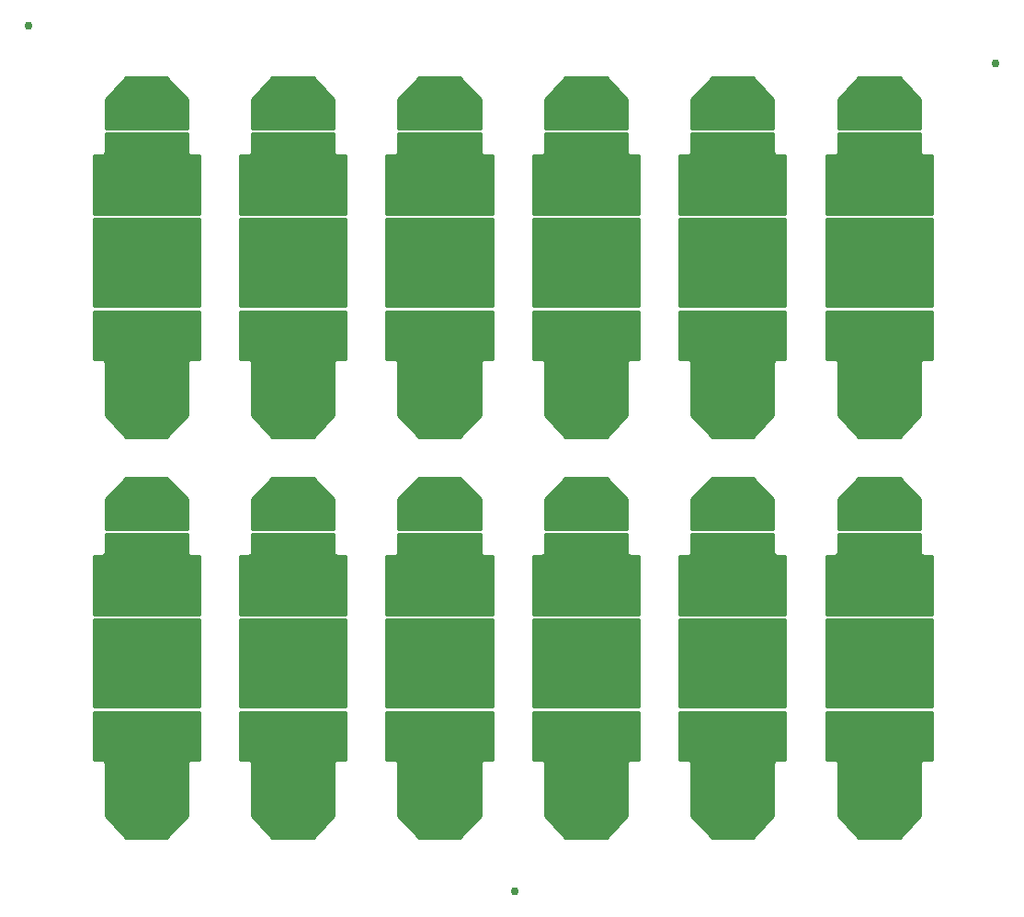
<source format=gbr>
G04 #@! TF.GenerationSoftware,KiCad,Pcbnew,(5.1.5)-3*
G04 #@! TF.CreationDate,2020-08-22T08:16:36+03:00*
G04 #@! TF.ProjectId,C5W LED series,43355720-4c45-4442-9073-65726965732e,rev?*
G04 #@! TF.SameCoordinates,Original*
G04 #@! TF.FileFunction,Copper,L1,Top*
G04 #@! TF.FilePolarity,Positive*
%FSLAX46Y46*%
G04 Gerber Fmt 4.6, Leading zero omitted, Abs format (unit mm)*
G04 Created by KiCad (PCBNEW (5.1.5)-3) date 2020-08-22 08:16:36*
%MOMM*%
%LPD*%
G04 APERTURE LIST*
%ADD10C,0.750000*%
%ADD11R,1.500000X2.400000*%
%ADD12R,1.500000X1.050000*%
%ADD13R,2.200000X1.250000*%
%ADD14R,2.200000X2.200000*%
%ADD15C,0.800000*%
%ADD16C,0.254000*%
G04 APERTURE END LIST*
D10*
X125400000Y-51700000D03*
X170200000Y-131400000D03*
X214500000Y-55100000D03*
D11*
X203700000Y-96700000D03*
D12*
X203700000Y-99075000D03*
D13*
X149700000Y-115525000D03*
D14*
X149700000Y-113250000D03*
D13*
X203700000Y-115525000D03*
D14*
X203700000Y-113250000D03*
X163200000Y-113250000D03*
D13*
X163200000Y-115525000D03*
D11*
X149700000Y-96700000D03*
D12*
X149700000Y-99075000D03*
D13*
X149700000Y-107125000D03*
D14*
X149700000Y-104850000D03*
D13*
X203700000Y-107125000D03*
D14*
X203700000Y-104850000D03*
X190200000Y-104850000D03*
D13*
X190200000Y-107125000D03*
D14*
X163200000Y-104850000D03*
D13*
X163200000Y-107125000D03*
D14*
X190200000Y-113250000D03*
D13*
X190200000Y-115525000D03*
X176700000Y-115525000D03*
D14*
X176700000Y-113250000D03*
D12*
X163200000Y-99075000D03*
D11*
X163200000Y-96700000D03*
D13*
X176700000Y-107125000D03*
D14*
X176700000Y-104850000D03*
D12*
X190200000Y-99075000D03*
D11*
X190200000Y-96700000D03*
X176700000Y-96700000D03*
D12*
X176700000Y-99075000D03*
D14*
X136200000Y-113250000D03*
D13*
X136200000Y-115525000D03*
D14*
X136200000Y-104850000D03*
D13*
X136200000Y-107125000D03*
D12*
X136200000Y-99075000D03*
D11*
X136200000Y-96700000D03*
D14*
X203700000Y-67950000D03*
D13*
X203700000Y-70225000D03*
D14*
X203700000Y-76350000D03*
D13*
X203700000Y-78625000D03*
D12*
X203700000Y-62175000D03*
D11*
X203700000Y-59800000D03*
D13*
X190200000Y-78625000D03*
D14*
X190200000Y-76350000D03*
D13*
X190200000Y-70225000D03*
D14*
X190200000Y-67950000D03*
D11*
X190200000Y-59800000D03*
D12*
X190200000Y-62175000D03*
D14*
X176700000Y-76350000D03*
D13*
X176700000Y-78625000D03*
D14*
X176700000Y-67950000D03*
D13*
X176700000Y-70225000D03*
D12*
X176700000Y-62175000D03*
D11*
X176700000Y-59800000D03*
D13*
X163200000Y-78625000D03*
D14*
X163200000Y-76350000D03*
D11*
X163200000Y-59800000D03*
D12*
X163200000Y-62175000D03*
D13*
X163200000Y-70225000D03*
D14*
X163200000Y-67950000D03*
X149700000Y-76350000D03*
D13*
X149700000Y-78625000D03*
D14*
X149700000Y-67950000D03*
D13*
X149700000Y-70225000D03*
D12*
X149700000Y-62175000D03*
D11*
X149700000Y-59800000D03*
D13*
X136200000Y-70225000D03*
D14*
X136200000Y-67950000D03*
D13*
X136200000Y-78625000D03*
D14*
X136200000Y-76350000D03*
D11*
X136200000Y-59800000D03*
D12*
X136200000Y-62175000D03*
D15*
X134000000Y-78750000D03*
X134000000Y-80000000D03*
X135000000Y-80000000D03*
X136250000Y-80000000D03*
X137500000Y-80000000D03*
X138500000Y-80000000D03*
X138500000Y-78750000D03*
X135000000Y-81000000D03*
X136250000Y-81000000D03*
X137500000Y-81000000D03*
X137500000Y-82000000D03*
X138500000Y-82000000D03*
X138500000Y-81000000D03*
X136250000Y-82000000D03*
X135000000Y-82000000D03*
X134000000Y-82000000D03*
X134000000Y-81000000D03*
X149750000Y-82000000D03*
X152000000Y-80000000D03*
X151000000Y-80000000D03*
X147500000Y-80000000D03*
X148500000Y-81000000D03*
X148500000Y-80000000D03*
X152000000Y-82000000D03*
X152000000Y-81000000D03*
X147500000Y-82000000D03*
X147500000Y-81000000D03*
X152000000Y-78750000D03*
X149750000Y-80000000D03*
X147500000Y-78750000D03*
X148500000Y-82000000D03*
X151000000Y-81000000D03*
X151000000Y-82000000D03*
X149750000Y-81000000D03*
X165500000Y-81000000D03*
X161000000Y-82000000D03*
X161000000Y-80000000D03*
X162000000Y-80000000D03*
X165500000Y-78750000D03*
X165500000Y-80000000D03*
X165500000Y-82000000D03*
X162000000Y-81000000D03*
X161000000Y-81000000D03*
X163250000Y-80000000D03*
X164500000Y-80000000D03*
X163250000Y-82000000D03*
X163250000Y-81000000D03*
X162000000Y-82000000D03*
X161000000Y-78750000D03*
X164500000Y-82000000D03*
X164500000Y-81000000D03*
X178000000Y-80000000D03*
X179000000Y-78750000D03*
X176750000Y-82000000D03*
X174500000Y-82000000D03*
X175500000Y-81000000D03*
X174500000Y-80000000D03*
X174500000Y-81000000D03*
X176750000Y-80000000D03*
X179000000Y-80000000D03*
X179000000Y-82000000D03*
X179000000Y-81000000D03*
X175500000Y-80000000D03*
X176750000Y-81000000D03*
X178000000Y-82000000D03*
X178000000Y-81000000D03*
X175500000Y-82000000D03*
X174500000Y-78750000D03*
X191500000Y-82000000D03*
X188000000Y-78750000D03*
X190250000Y-81000000D03*
X191500000Y-81000000D03*
X189000000Y-82000000D03*
X192500000Y-78750000D03*
X190250000Y-82000000D03*
X190250000Y-80000000D03*
X192500000Y-82000000D03*
X188000000Y-80000000D03*
X192500000Y-80000000D03*
X192500000Y-81000000D03*
X188000000Y-81000000D03*
X191500000Y-80000000D03*
X189000000Y-81000000D03*
X188000000Y-82000000D03*
X189000000Y-80000000D03*
X203750000Y-81000000D03*
X202500000Y-82000000D03*
X205000000Y-82000000D03*
X201500000Y-82000000D03*
X201500000Y-78750000D03*
X205000000Y-80000000D03*
X203750000Y-82000000D03*
X206000000Y-82000000D03*
X201500000Y-81000000D03*
X206000000Y-78750000D03*
X201500000Y-80000000D03*
X206000000Y-80000000D03*
X202500000Y-81000000D03*
X206000000Y-81000000D03*
X203750000Y-80000000D03*
X205000000Y-81000000D03*
X202500000Y-80000000D03*
X136250000Y-118900000D03*
X138500000Y-116900000D03*
X137500000Y-116900000D03*
X134000000Y-116900000D03*
X135000000Y-117900000D03*
X135000000Y-116900000D03*
X138500000Y-118900000D03*
X138500000Y-117900000D03*
X134000000Y-118900000D03*
X134000000Y-117900000D03*
X138500000Y-115650000D03*
X136250000Y-116900000D03*
X134000000Y-115650000D03*
X135000000Y-118900000D03*
X137500000Y-117900000D03*
X137500000Y-118900000D03*
X136250000Y-117900000D03*
X190250000Y-117900000D03*
X189000000Y-118900000D03*
X191500000Y-118900000D03*
X188000000Y-118900000D03*
X188000000Y-115650000D03*
X191500000Y-116900000D03*
X190250000Y-118900000D03*
X192500000Y-118900000D03*
X188000000Y-117900000D03*
X192500000Y-115650000D03*
X188000000Y-116900000D03*
X192500000Y-116900000D03*
X189000000Y-117900000D03*
X192500000Y-117900000D03*
X190250000Y-116900000D03*
X191500000Y-117900000D03*
X189000000Y-116900000D03*
X178000000Y-118900000D03*
X174500000Y-115650000D03*
X176750000Y-117900000D03*
X178000000Y-117900000D03*
X175500000Y-118900000D03*
X152000000Y-117900000D03*
X147500000Y-118900000D03*
X147500000Y-116900000D03*
X148500000Y-116900000D03*
X152000000Y-115650000D03*
X152000000Y-116900000D03*
X152000000Y-118900000D03*
X148500000Y-117900000D03*
X147500000Y-117900000D03*
X149750000Y-116900000D03*
X151000000Y-116900000D03*
X149750000Y-118900000D03*
X164500000Y-116900000D03*
X165500000Y-115650000D03*
X163250000Y-118900000D03*
X161000000Y-118900000D03*
X149750000Y-117900000D03*
X162000000Y-117900000D03*
X161000000Y-116900000D03*
X148500000Y-118900000D03*
X161000000Y-117900000D03*
X163250000Y-116900000D03*
X165500000Y-116900000D03*
X165500000Y-118900000D03*
X147500000Y-115650000D03*
X151000000Y-118900000D03*
X165500000Y-117900000D03*
X151000000Y-117900000D03*
X162000000Y-116900000D03*
X179000000Y-115650000D03*
X176750000Y-118900000D03*
X176750000Y-116900000D03*
X179000000Y-118900000D03*
X174500000Y-116900000D03*
X163250000Y-117900000D03*
X179000000Y-116900000D03*
X179000000Y-117900000D03*
X174500000Y-117900000D03*
X178000000Y-116900000D03*
X175500000Y-117900000D03*
X164500000Y-118900000D03*
X174500000Y-118900000D03*
X164500000Y-117900000D03*
X162000000Y-118900000D03*
X161000000Y-115650000D03*
X175500000Y-116900000D03*
X201500000Y-116900000D03*
X201500000Y-115650000D03*
X206000000Y-115650000D03*
X203750000Y-118900000D03*
X203750000Y-116900000D03*
X201500000Y-117900000D03*
X201500000Y-118900000D03*
X206000000Y-118900000D03*
X202500000Y-118900000D03*
X202500000Y-117900000D03*
X203750000Y-117900000D03*
X205000000Y-118900000D03*
X206000000Y-116900000D03*
X205000000Y-116900000D03*
X206000000Y-117900000D03*
X202500000Y-116900000D03*
X205000000Y-117900000D03*
X136250000Y-57750000D03*
X135250000Y-57750000D03*
X137250000Y-57750000D03*
X138000000Y-58500000D03*
X138000000Y-59500000D03*
X134250000Y-58500000D03*
X134250000Y-59500000D03*
X138000000Y-60500000D03*
X134250000Y-60500000D03*
X148750000Y-57750000D03*
X150750000Y-57750000D03*
X147750000Y-58500000D03*
X147750000Y-59500000D03*
X149750000Y-57750000D03*
X147750000Y-60500000D03*
X151500000Y-59500000D03*
X151500000Y-60500000D03*
X151500000Y-58500000D03*
X161250000Y-58500000D03*
X162250000Y-57750000D03*
X164250000Y-57750000D03*
X163250000Y-57750000D03*
X161250000Y-59500000D03*
X161250000Y-60500000D03*
X165000000Y-58500000D03*
X165000000Y-60500000D03*
X165000000Y-59500000D03*
X177750000Y-57750000D03*
X175750000Y-57750000D03*
X174750000Y-59500000D03*
X176750000Y-57750000D03*
X174750000Y-58500000D03*
X178500000Y-59500000D03*
X178500000Y-58500000D03*
X178500000Y-60500000D03*
X174750000Y-60500000D03*
X192000000Y-58500000D03*
X192000000Y-59500000D03*
X188250000Y-60500000D03*
X192000000Y-60500000D03*
X188250000Y-59500000D03*
X190250000Y-57750000D03*
X191250000Y-57750000D03*
X189250000Y-57750000D03*
X188250000Y-58500000D03*
X205500000Y-60500000D03*
X204750000Y-57750000D03*
X202750000Y-57750000D03*
X201750000Y-58500000D03*
X201750000Y-59500000D03*
X205500000Y-58500000D03*
X203750000Y-57750000D03*
X205500000Y-59500000D03*
X201750000Y-60500000D03*
X135250000Y-94650000D03*
X137250000Y-94650000D03*
X134250000Y-95400000D03*
X134250000Y-96400000D03*
X136250000Y-94650000D03*
X134250000Y-97400000D03*
X138000000Y-96400000D03*
X138000000Y-97400000D03*
X138000000Y-95400000D03*
X192000000Y-97400000D03*
X191250000Y-94650000D03*
X189250000Y-94650000D03*
X188250000Y-95400000D03*
X188250000Y-96400000D03*
X192000000Y-95400000D03*
X190250000Y-94650000D03*
X192000000Y-96400000D03*
X188250000Y-97400000D03*
X178500000Y-95400000D03*
X178500000Y-96400000D03*
X174750000Y-97400000D03*
X178500000Y-97400000D03*
X147750000Y-95400000D03*
X148750000Y-94650000D03*
X150750000Y-94650000D03*
X149750000Y-94650000D03*
X147750000Y-96400000D03*
X164250000Y-94650000D03*
X147750000Y-97400000D03*
X162250000Y-94650000D03*
X151500000Y-95400000D03*
X161250000Y-96400000D03*
X163250000Y-94650000D03*
X151500000Y-97400000D03*
X151500000Y-96400000D03*
X161250000Y-95400000D03*
X174750000Y-96400000D03*
X176750000Y-94650000D03*
X165000000Y-96400000D03*
X165000000Y-95400000D03*
X165000000Y-97400000D03*
X177750000Y-94650000D03*
X161250000Y-97400000D03*
X175750000Y-94650000D03*
X174750000Y-95400000D03*
X201750000Y-95400000D03*
X204750000Y-94650000D03*
X205500000Y-97400000D03*
X202750000Y-94650000D03*
X201750000Y-96400000D03*
X203750000Y-94650000D03*
X205500000Y-96400000D03*
X205500000Y-95400000D03*
X201750000Y-97400000D03*
X134000000Y-76750000D03*
X134000000Y-75500000D03*
X138500000Y-76750000D03*
X138500000Y-75500000D03*
X138500000Y-74250000D03*
X134000000Y-74250000D03*
X134000000Y-70500000D03*
X134000000Y-71750000D03*
X134000000Y-73000000D03*
X138500000Y-70500000D03*
X138500000Y-71750000D03*
X138500000Y-73000000D03*
X139500000Y-76750000D03*
X139500000Y-75500000D03*
X133000000Y-76750000D03*
X133000000Y-75500000D03*
X133000000Y-71750000D03*
X133000000Y-70500000D03*
X139500000Y-71750000D03*
X139500000Y-70500000D03*
X139500000Y-74250000D03*
X139500000Y-73000000D03*
X133000000Y-74250000D03*
X133000000Y-73000000D03*
X153000000Y-73000000D03*
X146500000Y-70500000D03*
X153000000Y-71750000D03*
X153000000Y-70500000D03*
X153000000Y-74250000D03*
X146500000Y-74250000D03*
X146500000Y-73000000D03*
X152000000Y-71750000D03*
X152000000Y-73000000D03*
X153000000Y-76750000D03*
X147500000Y-70500000D03*
X153000000Y-75500000D03*
X146500000Y-76750000D03*
X146500000Y-75500000D03*
X146500000Y-71750000D03*
X147500000Y-76750000D03*
X152000000Y-75500000D03*
X147500000Y-71750000D03*
X152000000Y-70500000D03*
X152000000Y-76750000D03*
X152000000Y-74250000D03*
X147500000Y-74250000D03*
X147500000Y-75500000D03*
X147500000Y-73000000D03*
X165500000Y-73000000D03*
X166500000Y-74250000D03*
X165500000Y-71750000D03*
X161000000Y-76750000D03*
X160000000Y-71750000D03*
X166500000Y-71750000D03*
X166500000Y-73000000D03*
X160000000Y-76750000D03*
X160000000Y-74250000D03*
X166500000Y-76750000D03*
X160000000Y-73000000D03*
X166500000Y-75500000D03*
X166500000Y-70500000D03*
X160000000Y-75500000D03*
X161000000Y-70500000D03*
X160000000Y-70500000D03*
X165500000Y-70500000D03*
X165500000Y-75500000D03*
X165500000Y-74250000D03*
X161000000Y-73000000D03*
X165500000Y-76750000D03*
X161000000Y-75500000D03*
X161000000Y-71750000D03*
X161000000Y-74250000D03*
X180000000Y-71750000D03*
X179000000Y-73000000D03*
X180000000Y-74250000D03*
X173500000Y-76750000D03*
X180000000Y-73000000D03*
X174500000Y-76750000D03*
X180000000Y-76750000D03*
X173500000Y-74250000D03*
X173500000Y-73000000D03*
X179000000Y-71750000D03*
X180000000Y-75500000D03*
X173500000Y-75500000D03*
X180000000Y-70500000D03*
X173500000Y-71750000D03*
X173500000Y-70500000D03*
X174500000Y-70500000D03*
X174500000Y-73000000D03*
X179000000Y-74250000D03*
X179000000Y-75500000D03*
X174500000Y-74250000D03*
X179000000Y-76750000D03*
X174500000Y-75500000D03*
X174500000Y-71750000D03*
X179000000Y-70500000D03*
X188000000Y-70500000D03*
X188000000Y-71750000D03*
X188000000Y-73000000D03*
X192500000Y-70500000D03*
X192500000Y-75500000D03*
X188000000Y-75500000D03*
X192500000Y-76750000D03*
X192500000Y-74250000D03*
X188000000Y-74250000D03*
X187000000Y-74250000D03*
X193500000Y-73000000D03*
X193500000Y-71750000D03*
X193500000Y-76750000D03*
X187000000Y-76750000D03*
X188000000Y-76750000D03*
X192500000Y-73000000D03*
X193500000Y-74250000D03*
X187000000Y-71750000D03*
X187000000Y-70500000D03*
X192500000Y-71750000D03*
X187000000Y-75500000D03*
X187000000Y-73000000D03*
X193500000Y-70500000D03*
X193500000Y-75500000D03*
X207000000Y-73000000D03*
X201500000Y-76750000D03*
X200500000Y-70500000D03*
X206000000Y-71750000D03*
X200500000Y-75500000D03*
X201500000Y-73000000D03*
X206000000Y-73000000D03*
X207000000Y-74250000D03*
X200500000Y-74250000D03*
X206000000Y-75500000D03*
X201500000Y-75500000D03*
X201500000Y-70500000D03*
X207000000Y-71750000D03*
X207000000Y-76750000D03*
X200500000Y-76750000D03*
X206000000Y-74250000D03*
X201500000Y-74250000D03*
X200500000Y-71750000D03*
X206000000Y-70500000D03*
X206000000Y-76750000D03*
X201500000Y-71750000D03*
X207000000Y-75500000D03*
X200500000Y-73000000D03*
X207000000Y-70500000D03*
X139500000Y-109900000D03*
X133000000Y-107400000D03*
X139500000Y-108650000D03*
X139500000Y-107400000D03*
X139500000Y-111150000D03*
X133000000Y-111150000D03*
X133000000Y-109900000D03*
X138500000Y-108650000D03*
X138500000Y-109900000D03*
X139500000Y-113650000D03*
X134000000Y-107400000D03*
X139500000Y-112400000D03*
X133000000Y-113650000D03*
X133000000Y-112400000D03*
X133000000Y-108650000D03*
X134000000Y-113650000D03*
X138500000Y-112400000D03*
X134000000Y-108650000D03*
X138500000Y-107400000D03*
X138500000Y-113650000D03*
X138500000Y-111150000D03*
X134000000Y-111150000D03*
X134000000Y-112400000D03*
X134000000Y-109900000D03*
X193500000Y-109900000D03*
X188000000Y-113650000D03*
X187000000Y-107400000D03*
X192500000Y-108650000D03*
X187000000Y-112400000D03*
X188000000Y-109900000D03*
X192500000Y-109900000D03*
X193500000Y-111150000D03*
X187000000Y-111150000D03*
X192500000Y-112400000D03*
X188000000Y-112400000D03*
X188000000Y-107400000D03*
X193500000Y-108650000D03*
X193500000Y-113650000D03*
X187000000Y-113650000D03*
X192500000Y-111150000D03*
X188000000Y-111150000D03*
X187000000Y-108650000D03*
X192500000Y-107400000D03*
X192500000Y-113650000D03*
X188000000Y-108650000D03*
X193500000Y-112400000D03*
X187000000Y-109900000D03*
X193500000Y-107400000D03*
X174500000Y-107400000D03*
X174500000Y-108650000D03*
X174500000Y-109900000D03*
X179000000Y-107400000D03*
X179000000Y-112400000D03*
X174500000Y-112400000D03*
X179000000Y-113650000D03*
X179000000Y-111150000D03*
X174500000Y-111150000D03*
X152000000Y-109900000D03*
X153000000Y-111150000D03*
X152000000Y-108650000D03*
X147500000Y-113650000D03*
X146500000Y-108650000D03*
X153000000Y-108650000D03*
X153000000Y-109900000D03*
X146500000Y-113650000D03*
X146500000Y-111150000D03*
X153000000Y-113650000D03*
X146500000Y-109900000D03*
X153000000Y-112400000D03*
X153000000Y-107400000D03*
X146500000Y-112400000D03*
X147500000Y-107400000D03*
X146500000Y-107400000D03*
X152000000Y-107400000D03*
X166500000Y-108650000D03*
X165500000Y-109900000D03*
X166500000Y-111150000D03*
X152000000Y-112400000D03*
X152000000Y-111150000D03*
X147500000Y-109900000D03*
X152000000Y-113650000D03*
X160000000Y-113650000D03*
X147500000Y-112400000D03*
X147500000Y-108650000D03*
X147500000Y-111150000D03*
X166500000Y-109900000D03*
X161000000Y-113650000D03*
X166500000Y-113650000D03*
X160000000Y-111150000D03*
X160000000Y-109900000D03*
X165500000Y-108650000D03*
X166500000Y-112400000D03*
X160000000Y-112400000D03*
X166500000Y-107400000D03*
X160000000Y-108650000D03*
X160000000Y-107400000D03*
X173500000Y-111150000D03*
X161000000Y-107400000D03*
X161000000Y-109900000D03*
X165500000Y-111150000D03*
X165500000Y-112400000D03*
X161000000Y-111150000D03*
X165500000Y-113650000D03*
X180000000Y-109900000D03*
X161000000Y-112400000D03*
X180000000Y-108650000D03*
X180000000Y-113650000D03*
X173500000Y-113650000D03*
X161000000Y-108650000D03*
X174500000Y-113650000D03*
X179000000Y-109900000D03*
X165500000Y-107400000D03*
X180000000Y-111150000D03*
X173500000Y-108650000D03*
X173500000Y-107400000D03*
X179000000Y-108650000D03*
X173500000Y-112400000D03*
X173500000Y-109900000D03*
X180000000Y-107400000D03*
X180000000Y-112400000D03*
X201500000Y-111150000D03*
X207000000Y-109900000D03*
X206000000Y-111150000D03*
X206000000Y-107400000D03*
X200500000Y-107400000D03*
X200500000Y-108650000D03*
X201500000Y-113650000D03*
X207000000Y-111150000D03*
X206000000Y-108650000D03*
X200500000Y-112400000D03*
X201500000Y-109900000D03*
X206000000Y-112400000D03*
X201500000Y-112400000D03*
X201500000Y-107400000D03*
X206000000Y-109900000D03*
X200500000Y-111150000D03*
X207000000Y-113650000D03*
X207000000Y-108650000D03*
X200500000Y-113650000D03*
X206000000Y-113650000D03*
X207000000Y-112400000D03*
X207000000Y-107400000D03*
X201500000Y-108650000D03*
X200500000Y-109900000D03*
X134000000Y-68500000D03*
X134000000Y-67250000D03*
X134000000Y-66000000D03*
X135000000Y-65000000D03*
X138500000Y-68500000D03*
X138500000Y-67250000D03*
X138500000Y-66000000D03*
X137500000Y-65000000D03*
X135000000Y-66000000D03*
X136250000Y-66000000D03*
X137500000Y-66000000D03*
X136250000Y-65000000D03*
X138500000Y-65000000D03*
X134000000Y-65000000D03*
X138500000Y-64000000D03*
X137500000Y-64000000D03*
X136250000Y-64000000D03*
X135000000Y-64000000D03*
X134000000Y-64000000D03*
X151000000Y-65000000D03*
X149750000Y-64000000D03*
X151000000Y-66000000D03*
X149750000Y-66000000D03*
X152000000Y-64000000D03*
X151000000Y-64000000D03*
X147500000Y-65000000D03*
X148500000Y-64000000D03*
X152000000Y-65000000D03*
X148500000Y-66000000D03*
X149750000Y-65000000D03*
X147500000Y-64000000D03*
X152000000Y-67250000D03*
X148500000Y-65000000D03*
X147500000Y-68500000D03*
X147500000Y-67250000D03*
X147500000Y-66000000D03*
X152000000Y-68500000D03*
X152000000Y-66000000D03*
X165500000Y-65000000D03*
X164500000Y-64000000D03*
X165500000Y-66000000D03*
X162000000Y-65000000D03*
X164500000Y-66000000D03*
X163250000Y-64000000D03*
X163250000Y-66000000D03*
X162000000Y-66000000D03*
X165500000Y-64000000D03*
X161000000Y-65000000D03*
X161000000Y-64000000D03*
X164500000Y-65000000D03*
X161000000Y-66000000D03*
X162000000Y-64000000D03*
X165500000Y-67250000D03*
X161000000Y-68500000D03*
X161000000Y-67250000D03*
X163250000Y-65000000D03*
X165500000Y-68500000D03*
X179000000Y-67250000D03*
X174500000Y-68500000D03*
X179000000Y-64000000D03*
X178000000Y-64000000D03*
X179000000Y-66000000D03*
X179000000Y-65000000D03*
X178000000Y-66000000D03*
X175500000Y-66000000D03*
X178000000Y-65000000D03*
X174500000Y-66000000D03*
X176750000Y-66000000D03*
X174500000Y-65000000D03*
X175500000Y-64000000D03*
X176750000Y-64000000D03*
X174500000Y-64000000D03*
X175500000Y-65000000D03*
X174500000Y-67250000D03*
X176750000Y-65000000D03*
X179000000Y-68500000D03*
X190250000Y-65000000D03*
X192500000Y-68500000D03*
X188000000Y-67250000D03*
X189000000Y-66000000D03*
X191500000Y-66000000D03*
X190250000Y-66000000D03*
X188000000Y-65000000D03*
X189000000Y-64000000D03*
X192500000Y-66000000D03*
X192500000Y-64000000D03*
X188000000Y-68500000D03*
X188000000Y-66000000D03*
X192500000Y-67250000D03*
X191500000Y-64000000D03*
X192500000Y-65000000D03*
X191500000Y-65000000D03*
X188000000Y-64000000D03*
X189000000Y-65000000D03*
X190250000Y-64000000D03*
X206000000Y-66000000D03*
X206000000Y-65000000D03*
X205000000Y-64000000D03*
X205000000Y-65000000D03*
X206000000Y-64000000D03*
X206000000Y-67250000D03*
X202500000Y-65000000D03*
X203750000Y-66000000D03*
X201500000Y-67250000D03*
X205000000Y-66000000D03*
X203750000Y-65000000D03*
X201500000Y-68500000D03*
X201500000Y-66000000D03*
X201500000Y-64000000D03*
X202500000Y-64000000D03*
X201500000Y-65000000D03*
X206000000Y-68500000D03*
X202500000Y-66000000D03*
X203750000Y-64000000D03*
X137500000Y-101900000D03*
X136250000Y-100900000D03*
X137500000Y-102900000D03*
X136250000Y-102900000D03*
X138500000Y-100900000D03*
X137500000Y-100900000D03*
X134000000Y-101900000D03*
X135000000Y-100900000D03*
X138500000Y-101900000D03*
X135000000Y-102900000D03*
X136250000Y-101900000D03*
X134000000Y-100900000D03*
X138500000Y-104150000D03*
X135000000Y-101900000D03*
X134000000Y-105400000D03*
X134000000Y-104150000D03*
X134000000Y-102900000D03*
X138500000Y-105400000D03*
X138500000Y-102900000D03*
X192500000Y-102900000D03*
X192500000Y-101900000D03*
X191500000Y-100900000D03*
X191500000Y-101900000D03*
X192500000Y-100900000D03*
X192500000Y-104150000D03*
X189000000Y-101900000D03*
X190250000Y-102900000D03*
X188000000Y-104150000D03*
X191500000Y-102900000D03*
X190250000Y-101900000D03*
X188000000Y-105400000D03*
X188000000Y-102900000D03*
X188000000Y-100900000D03*
X189000000Y-100900000D03*
X188000000Y-101900000D03*
X192500000Y-105400000D03*
X189000000Y-102900000D03*
X190250000Y-100900000D03*
X176750000Y-101900000D03*
X179000000Y-105400000D03*
X174500000Y-104150000D03*
X152000000Y-101900000D03*
X151000000Y-100900000D03*
X152000000Y-102900000D03*
X148500000Y-101900000D03*
X151000000Y-102900000D03*
X149750000Y-100900000D03*
X149750000Y-102900000D03*
X148500000Y-102900000D03*
X152000000Y-100900000D03*
X147500000Y-101900000D03*
X147500000Y-100900000D03*
X151000000Y-101900000D03*
X147500000Y-102900000D03*
X148500000Y-100900000D03*
X152000000Y-104150000D03*
X147500000Y-105400000D03*
X147500000Y-104150000D03*
X149750000Y-101900000D03*
X152000000Y-105400000D03*
X165500000Y-104150000D03*
X161000000Y-105400000D03*
X165500000Y-100900000D03*
X164500000Y-100900000D03*
X165500000Y-102900000D03*
X165500000Y-101900000D03*
X164500000Y-102900000D03*
X162000000Y-102900000D03*
X164500000Y-101900000D03*
X161000000Y-102900000D03*
X163250000Y-102900000D03*
X161000000Y-101900000D03*
X162000000Y-100900000D03*
X163250000Y-100900000D03*
X161000000Y-100900000D03*
X162000000Y-101900000D03*
X175500000Y-102900000D03*
X178000000Y-102900000D03*
X161000000Y-104150000D03*
X163250000Y-101900000D03*
X176750000Y-102900000D03*
X174500000Y-101900000D03*
X175500000Y-100900000D03*
X179000000Y-102900000D03*
X165500000Y-105400000D03*
X179000000Y-100900000D03*
X174500000Y-105400000D03*
X174500000Y-102900000D03*
X179000000Y-104150000D03*
X178000000Y-100900000D03*
X179000000Y-101900000D03*
X178000000Y-101900000D03*
X174500000Y-100900000D03*
X175500000Y-101900000D03*
X176750000Y-100900000D03*
X206000000Y-101900000D03*
X205000000Y-100900000D03*
X202500000Y-101900000D03*
X201500000Y-102900000D03*
X205000000Y-101900000D03*
X206000000Y-102900000D03*
X206000000Y-104150000D03*
X203750000Y-102900000D03*
X205000000Y-102900000D03*
X201500000Y-104150000D03*
X206000000Y-100900000D03*
X203750000Y-101900000D03*
X201500000Y-105400000D03*
X201500000Y-100900000D03*
X201500000Y-101900000D03*
X202500000Y-100900000D03*
X206000000Y-105400000D03*
X203750000Y-100900000D03*
X202500000Y-102900000D03*
D16*
G36*
X141123000Y-69477000D02*
G01*
X141123000Y-77523000D01*
X131377000Y-77523000D01*
X131377000Y-69477000D01*
X141123000Y-69477000D01*
G37*
X141123000Y-69477000D02*
X141123000Y-77523000D01*
X131377000Y-77523000D01*
X131377000Y-69477000D01*
X141123000Y-69477000D01*
G36*
X141123000Y-77977000D02*
G01*
X141123000Y-82373000D01*
X140418519Y-82373000D01*
X140400000Y-82371176D01*
X140326095Y-82378455D01*
X140255030Y-82400012D01*
X140189537Y-82435019D01*
X140132131Y-82482131D01*
X140085019Y-82539537D01*
X140050012Y-82605030D01*
X140028455Y-82676095D01*
X140023000Y-82731481D01*
X140021176Y-82750000D01*
X140023000Y-82768519D01*
X140023000Y-87598952D01*
X138138683Y-89573000D01*
X134361317Y-89573000D01*
X132477000Y-87598952D01*
X132477000Y-82768519D01*
X132478824Y-82750000D01*
X132477000Y-82731481D01*
X132471545Y-82676095D01*
X132449988Y-82605030D01*
X132414981Y-82539537D01*
X132367869Y-82482131D01*
X132310463Y-82435019D01*
X132244970Y-82400012D01*
X132173905Y-82378455D01*
X132100000Y-82371176D01*
X132081481Y-82373000D01*
X131377000Y-82373000D01*
X131377000Y-77977000D01*
X141123000Y-77977000D01*
G37*
X141123000Y-77977000D02*
X141123000Y-82373000D01*
X140418519Y-82373000D01*
X140400000Y-82371176D01*
X140326095Y-82378455D01*
X140255030Y-82400012D01*
X140189537Y-82435019D01*
X140132131Y-82482131D01*
X140085019Y-82539537D01*
X140050012Y-82605030D01*
X140028455Y-82676095D01*
X140023000Y-82731481D01*
X140021176Y-82750000D01*
X140023000Y-82768519D01*
X140023000Y-87598952D01*
X138138683Y-89573000D01*
X134361317Y-89573000D01*
X132477000Y-87598952D01*
X132477000Y-82768519D01*
X132478824Y-82750000D01*
X132477000Y-82731481D01*
X132471545Y-82676095D01*
X132449988Y-82605030D01*
X132414981Y-82539537D01*
X132367869Y-82482131D01*
X132310463Y-82435019D01*
X132244970Y-82400012D01*
X132173905Y-82378455D01*
X132100000Y-82371176D01*
X132081481Y-82373000D01*
X131377000Y-82373000D01*
X131377000Y-77977000D01*
X141123000Y-77977000D01*
G36*
X132081471Y-63626999D02*
G01*
X132100000Y-63628824D01*
X132173905Y-63621545D01*
X132244970Y-63599988D01*
X132310463Y-63564981D01*
X132367869Y-63517869D01*
X132414981Y-63460463D01*
X132449988Y-63394970D01*
X132471545Y-63323905D01*
X132477000Y-63268519D01*
X132478824Y-63250000D01*
X132477000Y-63231481D01*
X132477000Y-61577000D01*
X140023000Y-61577000D01*
X140023000Y-63231481D01*
X140021176Y-63250000D01*
X140023000Y-63268519D01*
X140028455Y-63323905D01*
X140050012Y-63394970D01*
X140085019Y-63460463D01*
X140132131Y-63517869D01*
X140189537Y-63564981D01*
X140255030Y-63599988D01*
X140326095Y-63621545D01*
X140400000Y-63628824D01*
X140418529Y-63626999D01*
X141123000Y-63627000D01*
X141123000Y-69023000D01*
X131377000Y-69023000D01*
X131377000Y-63627000D01*
X132081471Y-63626999D01*
G37*
X132081471Y-63626999D02*
X132100000Y-63628824D01*
X132173905Y-63621545D01*
X132244970Y-63599988D01*
X132310463Y-63564981D01*
X132367869Y-63517869D01*
X132414981Y-63460463D01*
X132449988Y-63394970D01*
X132471545Y-63323905D01*
X132477000Y-63268519D01*
X132478824Y-63250000D01*
X132477000Y-63231481D01*
X132477000Y-61577000D01*
X140023000Y-61577000D01*
X140023000Y-63231481D01*
X140021176Y-63250000D01*
X140023000Y-63268519D01*
X140028455Y-63323905D01*
X140050012Y-63394970D01*
X140085019Y-63460463D01*
X140132131Y-63517869D01*
X140189537Y-63564981D01*
X140255030Y-63599988D01*
X140326095Y-63621545D01*
X140400000Y-63628824D01*
X140418529Y-63626999D01*
X141123000Y-63627000D01*
X141123000Y-69023000D01*
X131377000Y-69023000D01*
X131377000Y-63627000D01*
X132081471Y-63626999D01*
G36*
X134361318Y-56427000D02*
G01*
X138138681Y-56426999D01*
X140023000Y-58401048D01*
X140023000Y-61123000D01*
X132477000Y-61123000D01*
X132477000Y-58401048D01*
X134361318Y-56427000D01*
G37*
X134361318Y-56427000D02*
X138138681Y-56426999D01*
X140023000Y-58401048D01*
X140023000Y-61123000D01*
X132477000Y-61123000D01*
X132477000Y-58401048D01*
X134361318Y-56427000D01*
G36*
X154623000Y-69477000D02*
G01*
X154623000Y-77523000D01*
X144877000Y-77523000D01*
X144877000Y-69477000D01*
X154623000Y-69477000D01*
G37*
X154623000Y-69477000D02*
X154623000Y-77523000D01*
X144877000Y-77523000D01*
X144877000Y-69477000D01*
X154623000Y-69477000D01*
G36*
X154623000Y-77977000D02*
G01*
X154623000Y-82373000D01*
X153918519Y-82373000D01*
X153900000Y-82371176D01*
X153826095Y-82378455D01*
X153755030Y-82400012D01*
X153689537Y-82435019D01*
X153632131Y-82482131D01*
X153585019Y-82539537D01*
X153550012Y-82605030D01*
X153528455Y-82676095D01*
X153523000Y-82731481D01*
X153521176Y-82750000D01*
X153523000Y-82768519D01*
X153523000Y-87598952D01*
X151638683Y-89573000D01*
X147861317Y-89573000D01*
X145977000Y-87598952D01*
X145977000Y-82768519D01*
X145978824Y-82750000D01*
X145977000Y-82731481D01*
X145971545Y-82676095D01*
X145949988Y-82605030D01*
X145914981Y-82539537D01*
X145867869Y-82482131D01*
X145810463Y-82435019D01*
X145744970Y-82400012D01*
X145673905Y-82378455D01*
X145600000Y-82371176D01*
X145581481Y-82373000D01*
X144877000Y-82373000D01*
X144877000Y-77977000D01*
X154623000Y-77977000D01*
G37*
X154623000Y-77977000D02*
X154623000Y-82373000D01*
X153918519Y-82373000D01*
X153900000Y-82371176D01*
X153826095Y-82378455D01*
X153755030Y-82400012D01*
X153689537Y-82435019D01*
X153632131Y-82482131D01*
X153585019Y-82539537D01*
X153550012Y-82605030D01*
X153528455Y-82676095D01*
X153523000Y-82731481D01*
X153521176Y-82750000D01*
X153523000Y-82768519D01*
X153523000Y-87598952D01*
X151638683Y-89573000D01*
X147861317Y-89573000D01*
X145977000Y-87598952D01*
X145977000Y-82768519D01*
X145978824Y-82750000D01*
X145977000Y-82731481D01*
X145971545Y-82676095D01*
X145949988Y-82605030D01*
X145914981Y-82539537D01*
X145867869Y-82482131D01*
X145810463Y-82435019D01*
X145744970Y-82400012D01*
X145673905Y-82378455D01*
X145600000Y-82371176D01*
X145581481Y-82373000D01*
X144877000Y-82373000D01*
X144877000Y-77977000D01*
X154623000Y-77977000D01*
G36*
X145581471Y-63626999D02*
G01*
X145600000Y-63628824D01*
X145673905Y-63621545D01*
X145744970Y-63599988D01*
X145810463Y-63564981D01*
X145867869Y-63517869D01*
X145914981Y-63460463D01*
X145949988Y-63394970D01*
X145971545Y-63323905D01*
X145977000Y-63268519D01*
X145978824Y-63250000D01*
X145977000Y-63231481D01*
X145977000Y-61577000D01*
X153523000Y-61577000D01*
X153523000Y-63231481D01*
X153521176Y-63250000D01*
X153523000Y-63268519D01*
X153528455Y-63323905D01*
X153550012Y-63394970D01*
X153585019Y-63460463D01*
X153632131Y-63517869D01*
X153689537Y-63564981D01*
X153755030Y-63599988D01*
X153826095Y-63621545D01*
X153900000Y-63628824D01*
X153918529Y-63626999D01*
X154623000Y-63627000D01*
X154623000Y-69023000D01*
X144877000Y-69023000D01*
X144877000Y-63627000D01*
X145581471Y-63626999D01*
G37*
X145581471Y-63626999D02*
X145600000Y-63628824D01*
X145673905Y-63621545D01*
X145744970Y-63599988D01*
X145810463Y-63564981D01*
X145867869Y-63517869D01*
X145914981Y-63460463D01*
X145949988Y-63394970D01*
X145971545Y-63323905D01*
X145977000Y-63268519D01*
X145978824Y-63250000D01*
X145977000Y-63231481D01*
X145977000Y-61577000D01*
X153523000Y-61577000D01*
X153523000Y-63231481D01*
X153521176Y-63250000D01*
X153523000Y-63268519D01*
X153528455Y-63323905D01*
X153550012Y-63394970D01*
X153585019Y-63460463D01*
X153632131Y-63517869D01*
X153689537Y-63564981D01*
X153755030Y-63599988D01*
X153826095Y-63621545D01*
X153900000Y-63628824D01*
X153918529Y-63626999D01*
X154623000Y-63627000D01*
X154623000Y-69023000D01*
X144877000Y-69023000D01*
X144877000Y-63627000D01*
X145581471Y-63626999D01*
G36*
X147861318Y-56427000D02*
G01*
X151638681Y-56426999D01*
X153523000Y-58401048D01*
X153523000Y-61123000D01*
X145977000Y-61123000D01*
X145977000Y-58401048D01*
X147861318Y-56427000D01*
G37*
X147861318Y-56427000D02*
X151638681Y-56426999D01*
X153523000Y-58401048D01*
X153523000Y-61123000D01*
X145977000Y-61123000D01*
X145977000Y-58401048D01*
X147861318Y-56427000D01*
G36*
X168123000Y-69477000D02*
G01*
X168123000Y-77523000D01*
X158377000Y-77523000D01*
X158377000Y-69477000D01*
X168123000Y-69477000D01*
G37*
X168123000Y-69477000D02*
X168123000Y-77523000D01*
X158377000Y-77523000D01*
X158377000Y-69477000D01*
X168123000Y-69477000D01*
G36*
X168123000Y-77977000D02*
G01*
X168123000Y-82373000D01*
X167418519Y-82373000D01*
X167400000Y-82371176D01*
X167326095Y-82378455D01*
X167255030Y-82400012D01*
X167189537Y-82435019D01*
X167132131Y-82482131D01*
X167085019Y-82539537D01*
X167050012Y-82605030D01*
X167028455Y-82676095D01*
X167023000Y-82731481D01*
X167021176Y-82750000D01*
X167023000Y-82768519D01*
X167023000Y-87598952D01*
X165138683Y-89573000D01*
X161361317Y-89573000D01*
X159477000Y-87598952D01*
X159477000Y-82768519D01*
X159478824Y-82750000D01*
X159477000Y-82731481D01*
X159471545Y-82676095D01*
X159449988Y-82605030D01*
X159414981Y-82539537D01*
X159367869Y-82482131D01*
X159310463Y-82435019D01*
X159244970Y-82400012D01*
X159173905Y-82378455D01*
X159100000Y-82371176D01*
X159081481Y-82373000D01*
X158377000Y-82373000D01*
X158377000Y-77977000D01*
X168123000Y-77977000D01*
G37*
X168123000Y-77977000D02*
X168123000Y-82373000D01*
X167418519Y-82373000D01*
X167400000Y-82371176D01*
X167326095Y-82378455D01*
X167255030Y-82400012D01*
X167189537Y-82435019D01*
X167132131Y-82482131D01*
X167085019Y-82539537D01*
X167050012Y-82605030D01*
X167028455Y-82676095D01*
X167023000Y-82731481D01*
X167021176Y-82750000D01*
X167023000Y-82768519D01*
X167023000Y-87598952D01*
X165138683Y-89573000D01*
X161361317Y-89573000D01*
X159477000Y-87598952D01*
X159477000Y-82768519D01*
X159478824Y-82750000D01*
X159477000Y-82731481D01*
X159471545Y-82676095D01*
X159449988Y-82605030D01*
X159414981Y-82539537D01*
X159367869Y-82482131D01*
X159310463Y-82435019D01*
X159244970Y-82400012D01*
X159173905Y-82378455D01*
X159100000Y-82371176D01*
X159081481Y-82373000D01*
X158377000Y-82373000D01*
X158377000Y-77977000D01*
X168123000Y-77977000D01*
G36*
X159081471Y-63626999D02*
G01*
X159100000Y-63628824D01*
X159173905Y-63621545D01*
X159244970Y-63599988D01*
X159310463Y-63564981D01*
X159367869Y-63517869D01*
X159414981Y-63460463D01*
X159449988Y-63394970D01*
X159471545Y-63323905D01*
X159477000Y-63268519D01*
X159478824Y-63250000D01*
X159477000Y-63231481D01*
X159477000Y-61577000D01*
X167023000Y-61577000D01*
X167023000Y-63231481D01*
X167021176Y-63250000D01*
X167023000Y-63268519D01*
X167028455Y-63323905D01*
X167050012Y-63394970D01*
X167085019Y-63460463D01*
X167132131Y-63517869D01*
X167189537Y-63564981D01*
X167255030Y-63599988D01*
X167326095Y-63621545D01*
X167400000Y-63628824D01*
X167418529Y-63626999D01*
X168123000Y-63627000D01*
X168123000Y-69023000D01*
X158377000Y-69023000D01*
X158377000Y-63627000D01*
X159081471Y-63626999D01*
G37*
X159081471Y-63626999D02*
X159100000Y-63628824D01*
X159173905Y-63621545D01*
X159244970Y-63599988D01*
X159310463Y-63564981D01*
X159367869Y-63517869D01*
X159414981Y-63460463D01*
X159449988Y-63394970D01*
X159471545Y-63323905D01*
X159477000Y-63268519D01*
X159478824Y-63250000D01*
X159477000Y-63231481D01*
X159477000Y-61577000D01*
X167023000Y-61577000D01*
X167023000Y-63231481D01*
X167021176Y-63250000D01*
X167023000Y-63268519D01*
X167028455Y-63323905D01*
X167050012Y-63394970D01*
X167085019Y-63460463D01*
X167132131Y-63517869D01*
X167189537Y-63564981D01*
X167255030Y-63599988D01*
X167326095Y-63621545D01*
X167400000Y-63628824D01*
X167418529Y-63626999D01*
X168123000Y-63627000D01*
X168123000Y-69023000D01*
X158377000Y-69023000D01*
X158377000Y-63627000D01*
X159081471Y-63626999D01*
G36*
X161361318Y-56427000D02*
G01*
X165138681Y-56426999D01*
X167023000Y-58401048D01*
X167023000Y-61123000D01*
X159477000Y-61123000D01*
X159477000Y-58401048D01*
X161361318Y-56427000D01*
G37*
X161361318Y-56427000D02*
X165138681Y-56426999D01*
X167023000Y-58401048D01*
X167023000Y-61123000D01*
X159477000Y-61123000D01*
X159477000Y-58401048D01*
X161361318Y-56427000D01*
G36*
X181623000Y-69477000D02*
G01*
X181623000Y-77523000D01*
X171877000Y-77523000D01*
X171877000Y-69477000D01*
X181623000Y-69477000D01*
G37*
X181623000Y-69477000D02*
X181623000Y-77523000D01*
X171877000Y-77523000D01*
X171877000Y-69477000D01*
X181623000Y-69477000D01*
G36*
X181623000Y-77977000D02*
G01*
X181623000Y-82373000D01*
X180918519Y-82373000D01*
X180900000Y-82371176D01*
X180826095Y-82378455D01*
X180755030Y-82400012D01*
X180689537Y-82435019D01*
X180632131Y-82482131D01*
X180585019Y-82539537D01*
X180550012Y-82605030D01*
X180528455Y-82676095D01*
X180523000Y-82731481D01*
X180521176Y-82750000D01*
X180523000Y-82768519D01*
X180523000Y-87598952D01*
X178638683Y-89573000D01*
X174861317Y-89573000D01*
X172977000Y-87598952D01*
X172977000Y-82768519D01*
X172978824Y-82750000D01*
X172977000Y-82731481D01*
X172971545Y-82676095D01*
X172949988Y-82605030D01*
X172914981Y-82539537D01*
X172867869Y-82482131D01*
X172810463Y-82435019D01*
X172744970Y-82400012D01*
X172673905Y-82378455D01*
X172600000Y-82371176D01*
X172581481Y-82373000D01*
X171877000Y-82373000D01*
X171877000Y-77977000D01*
X181623000Y-77977000D01*
G37*
X181623000Y-77977000D02*
X181623000Y-82373000D01*
X180918519Y-82373000D01*
X180900000Y-82371176D01*
X180826095Y-82378455D01*
X180755030Y-82400012D01*
X180689537Y-82435019D01*
X180632131Y-82482131D01*
X180585019Y-82539537D01*
X180550012Y-82605030D01*
X180528455Y-82676095D01*
X180523000Y-82731481D01*
X180521176Y-82750000D01*
X180523000Y-82768519D01*
X180523000Y-87598952D01*
X178638683Y-89573000D01*
X174861317Y-89573000D01*
X172977000Y-87598952D01*
X172977000Y-82768519D01*
X172978824Y-82750000D01*
X172977000Y-82731481D01*
X172971545Y-82676095D01*
X172949988Y-82605030D01*
X172914981Y-82539537D01*
X172867869Y-82482131D01*
X172810463Y-82435019D01*
X172744970Y-82400012D01*
X172673905Y-82378455D01*
X172600000Y-82371176D01*
X172581481Y-82373000D01*
X171877000Y-82373000D01*
X171877000Y-77977000D01*
X181623000Y-77977000D01*
G36*
X172581471Y-63626999D02*
G01*
X172600000Y-63628824D01*
X172673905Y-63621545D01*
X172744970Y-63599988D01*
X172810463Y-63564981D01*
X172867869Y-63517869D01*
X172914981Y-63460463D01*
X172949988Y-63394970D01*
X172971545Y-63323905D01*
X172977000Y-63268519D01*
X172978824Y-63250000D01*
X172977000Y-63231481D01*
X172977000Y-61577000D01*
X180523000Y-61577000D01*
X180523000Y-63231481D01*
X180521176Y-63250000D01*
X180523000Y-63268519D01*
X180528455Y-63323905D01*
X180550012Y-63394970D01*
X180585019Y-63460463D01*
X180632131Y-63517869D01*
X180689537Y-63564981D01*
X180755030Y-63599988D01*
X180826095Y-63621545D01*
X180900000Y-63628824D01*
X180918529Y-63626999D01*
X181623000Y-63627000D01*
X181623000Y-69023000D01*
X171877000Y-69023000D01*
X171877000Y-63627000D01*
X172581471Y-63626999D01*
G37*
X172581471Y-63626999D02*
X172600000Y-63628824D01*
X172673905Y-63621545D01*
X172744970Y-63599988D01*
X172810463Y-63564981D01*
X172867869Y-63517869D01*
X172914981Y-63460463D01*
X172949988Y-63394970D01*
X172971545Y-63323905D01*
X172977000Y-63268519D01*
X172978824Y-63250000D01*
X172977000Y-63231481D01*
X172977000Y-61577000D01*
X180523000Y-61577000D01*
X180523000Y-63231481D01*
X180521176Y-63250000D01*
X180523000Y-63268519D01*
X180528455Y-63323905D01*
X180550012Y-63394970D01*
X180585019Y-63460463D01*
X180632131Y-63517869D01*
X180689537Y-63564981D01*
X180755030Y-63599988D01*
X180826095Y-63621545D01*
X180900000Y-63628824D01*
X180918529Y-63626999D01*
X181623000Y-63627000D01*
X181623000Y-69023000D01*
X171877000Y-69023000D01*
X171877000Y-63627000D01*
X172581471Y-63626999D01*
G36*
X174861318Y-56427000D02*
G01*
X178638681Y-56426999D01*
X180523000Y-58401048D01*
X180523000Y-61123000D01*
X172977000Y-61123000D01*
X172977000Y-58401048D01*
X174861318Y-56427000D01*
G37*
X174861318Y-56427000D02*
X178638681Y-56426999D01*
X180523000Y-58401048D01*
X180523000Y-61123000D01*
X172977000Y-61123000D01*
X172977000Y-58401048D01*
X174861318Y-56427000D01*
G36*
X195123000Y-69477000D02*
G01*
X195123000Y-77523000D01*
X185377000Y-77523000D01*
X185377000Y-69477000D01*
X195123000Y-69477000D01*
G37*
X195123000Y-69477000D02*
X195123000Y-77523000D01*
X185377000Y-77523000D01*
X185377000Y-69477000D01*
X195123000Y-69477000D01*
G36*
X186081471Y-63626999D02*
G01*
X186100000Y-63628824D01*
X186173905Y-63621545D01*
X186244970Y-63599988D01*
X186310463Y-63564981D01*
X186367869Y-63517869D01*
X186414981Y-63460463D01*
X186449988Y-63394970D01*
X186471545Y-63323905D01*
X186477000Y-63268519D01*
X186478824Y-63250000D01*
X186477000Y-63231481D01*
X186477000Y-61577000D01*
X194023000Y-61577000D01*
X194023000Y-63231481D01*
X194021176Y-63250000D01*
X194023000Y-63268519D01*
X194028455Y-63323905D01*
X194050012Y-63394970D01*
X194085019Y-63460463D01*
X194132131Y-63517869D01*
X194189537Y-63564981D01*
X194255030Y-63599988D01*
X194326095Y-63621545D01*
X194400000Y-63628824D01*
X194418529Y-63626999D01*
X195123000Y-63627000D01*
X195123000Y-69023000D01*
X185377000Y-69023000D01*
X185377000Y-63627000D01*
X186081471Y-63626999D01*
G37*
X186081471Y-63626999D02*
X186100000Y-63628824D01*
X186173905Y-63621545D01*
X186244970Y-63599988D01*
X186310463Y-63564981D01*
X186367869Y-63517869D01*
X186414981Y-63460463D01*
X186449988Y-63394970D01*
X186471545Y-63323905D01*
X186477000Y-63268519D01*
X186478824Y-63250000D01*
X186477000Y-63231481D01*
X186477000Y-61577000D01*
X194023000Y-61577000D01*
X194023000Y-63231481D01*
X194021176Y-63250000D01*
X194023000Y-63268519D01*
X194028455Y-63323905D01*
X194050012Y-63394970D01*
X194085019Y-63460463D01*
X194132131Y-63517869D01*
X194189537Y-63564981D01*
X194255030Y-63599988D01*
X194326095Y-63621545D01*
X194400000Y-63628824D01*
X194418529Y-63626999D01*
X195123000Y-63627000D01*
X195123000Y-69023000D01*
X185377000Y-69023000D01*
X185377000Y-63627000D01*
X186081471Y-63626999D01*
G36*
X188361318Y-56427000D02*
G01*
X192138681Y-56426999D01*
X194023000Y-58401048D01*
X194023000Y-61123000D01*
X186477000Y-61123000D01*
X186477000Y-58401048D01*
X188361318Y-56427000D01*
G37*
X188361318Y-56427000D02*
X192138681Y-56426999D01*
X194023000Y-58401048D01*
X194023000Y-61123000D01*
X186477000Y-61123000D01*
X186477000Y-58401048D01*
X188361318Y-56427000D01*
G36*
X195123000Y-77977000D02*
G01*
X195123000Y-82373000D01*
X194418519Y-82373000D01*
X194400000Y-82371176D01*
X194326095Y-82378455D01*
X194255030Y-82400012D01*
X194189537Y-82435019D01*
X194132131Y-82482131D01*
X194085019Y-82539537D01*
X194050012Y-82605030D01*
X194028455Y-82676095D01*
X194023000Y-82731481D01*
X194021176Y-82750000D01*
X194023000Y-82768519D01*
X194023000Y-87598952D01*
X192138683Y-89573000D01*
X188361317Y-89573000D01*
X186477000Y-87598952D01*
X186477000Y-82768519D01*
X186478824Y-82750000D01*
X186477000Y-82731481D01*
X186471545Y-82676095D01*
X186449988Y-82605030D01*
X186414981Y-82539537D01*
X186367869Y-82482131D01*
X186310463Y-82435019D01*
X186244970Y-82400012D01*
X186173905Y-82378455D01*
X186100000Y-82371176D01*
X186081481Y-82373000D01*
X185377000Y-82373000D01*
X185377000Y-77977000D01*
X195123000Y-77977000D01*
G37*
X195123000Y-77977000D02*
X195123000Y-82373000D01*
X194418519Y-82373000D01*
X194400000Y-82371176D01*
X194326095Y-82378455D01*
X194255030Y-82400012D01*
X194189537Y-82435019D01*
X194132131Y-82482131D01*
X194085019Y-82539537D01*
X194050012Y-82605030D01*
X194028455Y-82676095D01*
X194023000Y-82731481D01*
X194021176Y-82750000D01*
X194023000Y-82768519D01*
X194023000Y-87598952D01*
X192138683Y-89573000D01*
X188361317Y-89573000D01*
X186477000Y-87598952D01*
X186477000Y-82768519D01*
X186478824Y-82750000D01*
X186477000Y-82731481D01*
X186471545Y-82676095D01*
X186449988Y-82605030D01*
X186414981Y-82539537D01*
X186367869Y-82482131D01*
X186310463Y-82435019D01*
X186244970Y-82400012D01*
X186173905Y-82378455D01*
X186100000Y-82371176D01*
X186081481Y-82373000D01*
X185377000Y-82373000D01*
X185377000Y-77977000D01*
X195123000Y-77977000D01*
G36*
X199581471Y-63626999D02*
G01*
X199600000Y-63628824D01*
X199673905Y-63621545D01*
X199744970Y-63599988D01*
X199810463Y-63564981D01*
X199867869Y-63517869D01*
X199914981Y-63460463D01*
X199949988Y-63394970D01*
X199971545Y-63323905D01*
X199977000Y-63268519D01*
X199978824Y-63250000D01*
X199977000Y-63231481D01*
X199977000Y-61577000D01*
X207523000Y-61577000D01*
X207523000Y-63231481D01*
X207521176Y-63250000D01*
X207523000Y-63268519D01*
X207528455Y-63323905D01*
X207550012Y-63394970D01*
X207585019Y-63460463D01*
X207632131Y-63517869D01*
X207689537Y-63564981D01*
X207755030Y-63599988D01*
X207826095Y-63621545D01*
X207900000Y-63628824D01*
X207918529Y-63626999D01*
X208623000Y-63627000D01*
X208623000Y-69023000D01*
X198877000Y-69023000D01*
X198877000Y-63627000D01*
X199581471Y-63626999D01*
G37*
X199581471Y-63626999D02*
X199600000Y-63628824D01*
X199673905Y-63621545D01*
X199744970Y-63599988D01*
X199810463Y-63564981D01*
X199867869Y-63517869D01*
X199914981Y-63460463D01*
X199949988Y-63394970D01*
X199971545Y-63323905D01*
X199977000Y-63268519D01*
X199978824Y-63250000D01*
X199977000Y-63231481D01*
X199977000Y-61577000D01*
X207523000Y-61577000D01*
X207523000Y-63231481D01*
X207521176Y-63250000D01*
X207523000Y-63268519D01*
X207528455Y-63323905D01*
X207550012Y-63394970D01*
X207585019Y-63460463D01*
X207632131Y-63517869D01*
X207689537Y-63564981D01*
X207755030Y-63599988D01*
X207826095Y-63621545D01*
X207900000Y-63628824D01*
X207918529Y-63626999D01*
X208623000Y-63627000D01*
X208623000Y-69023000D01*
X198877000Y-69023000D01*
X198877000Y-63627000D01*
X199581471Y-63626999D01*
G36*
X208623000Y-77977000D02*
G01*
X208623000Y-82373000D01*
X207918519Y-82373000D01*
X207900000Y-82371176D01*
X207826095Y-82378455D01*
X207755030Y-82400012D01*
X207689537Y-82435019D01*
X207632131Y-82482131D01*
X207585019Y-82539537D01*
X207550012Y-82605030D01*
X207528455Y-82676095D01*
X207523000Y-82731481D01*
X207521176Y-82750000D01*
X207523000Y-82768519D01*
X207523000Y-87598952D01*
X205638683Y-89573000D01*
X201861317Y-89573000D01*
X199977000Y-87598952D01*
X199977000Y-82768519D01*
X199978824Y-82750000D01*
X199977000Y-82731481D01*
X199971545Y-82676095D01*
X199949988Y-82605030D01*
X199914981Y-82539537D01*
X199867869Y-82482131D01*
X199810463Y-82435019D01*
X199744970Y-82400012D01*
X199673905Y-82378455D01*
X199600000Y-82371176D01*
X199581481Y-82373000D01*
X198877000Y-82373000D01*
X198877000Y-77977000D01*
X208623000Y-77977000D01*
G37*
X208623000Y-77977000D02*
X208623000Y-82373000D01*
X207918519Y-82373000D01*
X207900000Y-82371176D01*
X207826095Y-82378455D01*
X207755030Y-82400012D01*
X207689537Y-82435019D01*
X207632131Y-82482131D01*
X207585019Y-82539537D01*
X207550012Y-82605030D01*
X207528455Y-82676095D01*
X207523000Y-82731481D01*
X207521176Y-82750000D01*
X207523000Y-82768519D01*
X207523000Y-87598952D01*
X205638683Y-89573000D01*
X201861317Y-89573000D01*
X199977000Y-87598952D01*
X199977000Y-82768519D01*
X199978824Y-82750000D01*
X199977000Y-82731481D01*
X199971545Y-82676095D01*
X199949988Y-82605030D01*
X199914981Y-82539537D01*
X199867869Y-82482131D01*
X199810463Y-82435019D01*
X199744970Y-82400012D01*
X199673905Y-82378455D01*
X199600000Y-82371176D01*
X199581481Y-82373000D01*
X198877000Y-82373000D01*
X198877000Y-77977000D01*
X208623000Y-77977000D01*
G36*
X201861318Y-56427000D02*
G01*
X205638681Y-56426999D01*
X207523000Y-58401048D01*
X207523000Y-61123000D01*
X199977000Y-61123000D01*
X199977000Y-58401048D01*
X201861318Y-56427000D01*
G37*
X201861318Y-56427000D02*
X205638681Y-56426999D01*
X207523000Y-58401048D01*
X207523000Y-61123000D01*
X199977000Y-61123000D01*
X199977000Y-58401048D01*
X201861318Y-56427000D01*
G36*
X208623000Y-69477000D02*
G01*
X208623000Y-77523000D01*
X198877000Y-77523000D01*
X198877000Y-69477000D01*
X208623000Y-69477000D01*
G37*
X208623000Y-69477000D02*
X208623000Y-77523000D01*
X198877000Y-77523000D01*
X198877000Y-69477000D01*
X208623000Y-69477000D01*
G36*
X181623000Y-106377000D02*
G01*
X181623000Y-114423000D01*
X171877000Y-114423000D01*
X171877000Y-106377000D01*
X181623000Y-106377000D01*
G37*
X181623000Y-106377000D02*
X181623000Y-114423000D01*
X171877000Y-114423000D01*
X171877000Y-106377000D01*
X181623000Y-106377000D01*
G36*
X141123000Y-106377000D02*
G01*
X141123000Y-114423000D01*
X131377000Y-114423000D01*
X131377000Y-106377000D01*
X141123000Y-106377000D01*
G37*
X141123000Y-106377000D02*
X141123000Y-114423000D01*
X131377000Y-114423000D01*
X131377000Y-106377000D01*
X141123000Y-106377000D01*
G36*
X141123000Y-114877000D02*
G01*
X141123000Y-119273000D01*
X140418519Y-119273000D01*
X140400000Y-119271176D01*
X140326095Y-119278455D01*
X140255030Y-119300012D01*
X140189537Y-119335019D01*
X140132131Y-119382131D01*
X140085019Y-119439537D01*
X140050012Y-119505030D01*
X140028455Y-119576095D01*
X140023000Y-119631481D01*
X140021176Y-119650000D01*
X140023000Y-119668519D01*
X140023000Y-124498952D01*
X138138683Y-126473000D01*
X134361317Y-126473000D01*
X132477000Y-124498952D01*
X132477000Y-119668519D01*
X132478824Y-119650000D01*
X132477000Y-119631481D01*
X132471545Y-119576095D01*
X132449988Y-119505030D01*
X132414981Y-119439537D01*
X132367869Y-119382131D01*
X132310463Y-119335019D01*
X132244970Y-119300012D01*
X132173905Y-119278455D01*
X132100000Y-119271176D01*
X132081481Y-119273000D01*
X131377000Y-119273000D01*
X131377000Y-114877000D01*
X141123000Y-114877000D01*
G37*
X141123000Y-114877000D02*
X141123000Y-119273000D01*
X140418519Y-119273000D01*
X140400000Y-119271176D01*
X140326095Y-119278455D01*
X140255030Y-119300012D01*
X140189537Y-119335019D01*
X140132131Y-119382131D01*
X140085019Y-119439537D01*
X140050012Y-119505030D01*
X140028455Y-119576095D01*
X140023000Y-119631481D01*
X140021176Y-119650000D01*
X140023000Y-119668519D01*
X140023000Y-124498952D01*
X138138683Y-126473000D01*
X134361317Y-126473000D01*
X132477000Y-124498952D01*
X132477000Y-119668519D01*
X132478824Y-119650000D01*
X132477000Y-119631481D01*
X132471545Y-119576095D01*
X132449988Y-119505030D01*
X132414981Y-119439537D01*
X132367869Y-119382131D01*
X132310463Y-119335019D01*
X132244970Y-119300012D01*
X132173905Y-119278455D01*
X132100000Y-119271176D01*
X132081481Y-119273000D01*
X131377000Y-119273000D01*
X131377000Y-114877000D01*
X141123000Y-114877000D01*
G36*
X132081471Y-100526999D02*
G01*
X132100000Y-100528824D01*
X132173905Y-100521545D01*
X132244970Y-100499988D01*
X132310463Y-100464981D01*
X132367869Y-100417869D01*
X132414981Y-100360463D01*
X132449988Y-100294970D01*
X132471545Y-100223905D01*
X132477000Y-100168519D01*
X132478824Y-100150000D01*
X132477000Y-100131481D01*
X132477000Y-98477000D01*
X140023000Y-98477000D01*
X140023000Y-100131481D01*
X140021176Y-100150000D01*
X140023000Y-100168519D01*
X140028455Y-100223905D01*
X140050012Y-100294970D01*
X140085019Y-100360463D01*
X140132131Y-100417869D01*
X140189537Y-100464981D01*
X140255030Y-100499988D01*
X140326095Y-100521545D01*
X140400000Y-100528824D01*
X140418529Y-100526999D01*
X141123000Y-100527000D01*
X141123000Y-105923000D01*
X131377000Y-105923000D01*
X131377000Y-100527000D01*
X132081471Y-100526999D01*
G37*
X132081471Y-100526999D02*
X132100000Y-100528824D01*
X132173905Y-100521545D01*
X132244970Y-100499988D01*
X132310463Y-100464981D01*
X132367869Y-100417869D01*
X132414981Y-100360463D01*
X132449988Y-100294970D01*
X132471545Y-100223905D01*
X132477000Y-100168519D01*
X132478824Y-100150000D01*
X132477000Y-100131481D01*
X132477000Y-98477000D01*
X140023000Y-98477000D01*
X140023000Y-100131481D01*
X140021176Y-100150000D01*
X140023000Y-100168519D01*
X140028455Y-100223905D01*
X140050012Y-100294970D01*
X140085019Y-100360463D01*
X140132131Y-100417869D01*
X140189537Y-100464981D01*
X140255030Y-100499988D01*
X140326095Y-100521545D01*
X140400000Y-100528824D01*
X140418529Y-100526999D01*
X141123000Y-100527000D01*
X141123000Y-105923000D01*
X131377000Y-105923000D01*
X131377000Y-100527000D01*
X132081471Y-100526999D01*
G36*
X134361318Y-93327000D02*
G01*
X138138681Y-93326999D01*
X140023000Y-95301048D01*
X140023000Y-98023000D01*
X132477000Y-98023000D01*
X132477000Y-95301048D01*
X134361318Y-93327000D01*
G37*
X134361318Y-93327000D02*
X138138681Y-93326999D01*
X140023000Y-95301048D01*
X140023000Y-98023000D01*
X132477000Y-98023000D01*
X132477000Y-95301048D01*
X134361318Y-93327000D01*
G36*
X154623000Y-106377000D02*
G01*
X154623000Y-114423000D01*
X144877000Y-114423000D01*
X144877000Y-106377000D01*
X154623000Y-106377000D01*
G37*
X154623000Y-106377000D02*
X154623000Y-114423000D01*
X144877000Y-114423000D01*
X144877000Y-106377000D01*
X154623000Y-106377000D01*
G36*
X154623000Y-114877000D02*
G01*
X154623000Y-119273000D01*
X153918519Y-119273000D01*
X153900000Y-119271176D01*
X153826095Y-119278455D01*
X153755030Y-119300012D01*
X153689537Y-119335019D01*
X153632131Y-119382131D01*
X153585019Y-119439537D01*
X153550012Y-119505030D01*
X153528455Y-119576095D01*
X153523000Y-119631481D01*
X153521176Y-119650000D01*
X153523000Y-119668519D01*
X153523000Y-124498952D01*
X151638683Y-126473000D01*
X147861317Y-126473000D01*
X145977000Y-124498952D01*
X145977000Y-119668519D01*
X145978824Y-119650000D01*
X145977000Y-119631481D01*
X145971545Y-119576095D01*
X145949988Y-119505030D01*
X145914981Y-119439537D01*
X145867869Y-119382131D01*
X145810463Y-119335019D01*
X145744970Y-119300012D01*
X145673905Y-119278455D01*
X145600000Y-119271176D01*
X145581481Y-119273000D01*
X144877000Y-119273000D01*
X144877000Y-114877000D01*
X154623000Y-114877000D01*
G37*
X154623000Y-114877000D02*
X154623000Y-119273000D01*
X153918519Y-119273000D01*
X153900000Y-119271176D01*
X153826095Y-119278455D01*
X153755030Y-119300012D01*
X153689537Y-119335019D01*
X153632131Y-119382131D01*
X153585019Y-119439537D01*
X153550012Y-119505030D01*
X153528455Y-119576095D01*
X153523000Y-119631481D01*
X153521176Y-119650000D01*
X153523000Y-119668519D01*
X153523000Y-124498952D01*
X151638683Y-126473000D01*
X147861317Y-126473000D01*
X145977000Y-124498952D01*
X145977000Y-119668519D01*
X145978824Y-119650000D01*
X145977000Y-119631481D01*
X145971545Y-119576095D01*
X145949988Y-119505030D01*
X145914981Y-119439537D01*
X145867869Y-119382131D01*
X145810463Y-119335019D01*
X145744970Y-119300012D01*
X145673905Y-119278455D01*
X145600000Y-119271176D01*
X145581481Y-119273000D01*
X144877000Y-119273000D01*
X144877000Y-114877000D01*
X154623000Y-114877000D01*
G36*
X145581471Y-100526999D02*
G01*
X145600000Y-100528824D01*
X145673905Y-100521545D01*
X145744970Y-100499988D01*
X145810463Y-100464981D01*
X145867869Y-100417869D01*
X145914981Y-100360463D01*
X145949988Y-100294970D01*
X145971545Y-100223905D01*
X145977000Y-100168519D01*
X145978824Y-100150000D01*
X145977000Y-100131481D01*
X145977000Y-98477000D01*
X153523000Y-98477000D01*
X153523000Y-100131481D01*
X153521176Y-100150000D01*
X153523000Y-100168519D01*
X153528455Y-100223905D01*
X153550012Y-100294970D01*
X153585019Y-100360463D01*
X153632131Y-100417869D01*
X153689537Y-100464981D01*
X153755030Y-100499988D01*
X153826095Y-100521545D01*
X153900000Y-100528824D01*
X153918529Y-100526999D01*
X154623000Y-100527000D01*
X154623000Y-105923000D01*
X144877000Y-105923000D01*
X144877000Y-100527000D01*
X145581471Y-100526999D01*
G37*
X145581471Y-100526999D02*
X145600000Y-100528824D01*
X145673905Y-100521545D01*
X145744970Y-100499988D01*
X145810463Y-100464981D01*
X145867869Y-100417869D01*
X145914981Y-100360463D01*
X145949988Y-100294970D01*
X145971545Y-100223905D01*
X145977000Y-100168519D01*
X145978824Y-100150000D01*
X145977000Y-100131481D01*
X145977000Y-98477000D01*
X153523000Y-98477000D01*
X153523000Y-100131481D01*
X153521176Y-100150000D01*
X153523000Y-100168519D01*
X153528455Y-100223905D01*
X153550012Y-100294970D01*
X153585019Y-100360463D01*
X153632131Y-100417869D01*
X153689537Y-100464981D01*
X153755030Y-100499988D01*
X153826095Y-100521545D01*
X153900000Y-100528824D01*
X153918529Y-100526999D01*
X154623000Y-100527000D01*
X154623000Y-105923000D01*
X144877000Y-105923000D01*
X144877000Y-100527000D01*
X145581471Y-100526999D01*
G36*
X147861318Y-93327000D02*
G01*
X151638681Y-93326999D01*
X153523000Y-95301048D01*
X153523000Y-98023000D01*
X145977000Y-98023000D01*
X145977000Y-95301048D01*
X147861318Y-93327000D01*
G37*
X147861318Y-93327000D02*
X151638681Y-93326999D01*
X153523000Y-95301048D01*
X153523000Y-98023000D01*
X145977000Y-98023000D01*
X145977000Y-95301048D01*
X147861318Y-93327000D01*
G36*
X168123000Y-106377000D02*
G01*
X168123000Y-114423000D01*
X158377000Y-114423000D01*
X158377000Y-106377000D01*
X168123000Y-106377000D01*
G37*
X168123000Y-106377000D02*
X168123000Y-114423000D01*
X158377000Y-114423000D01*
X158377000Y-106377000D01*
X168123000Y-106377000D01*
G36*
X168123000Y-114877000D02*
G01*
X168123000Y-119273000D01*
X167418519Y-119273000D01*
X167400000Y-119271176D01*
X167326095Y-119278455D01*
X167255030Y-119300012D01*
X167189537Y-119335019D01*
X167132131Y-119382131D01*
X167085019Y-119439537D01*
X167050012Y-119505030D01*
X167028455Y-119576095D01*
X167023000Y-119631481D01*
X167021176Y-119650000D01*
X167023000Y-119668519D01*
X167023000Y-124498952D01*
X165138683Y-126473000D01*
X161361317Y-126473000D01*
X159477000Y-124498952D01*
X159477000Y-119668519D01*
X159478824Y-119650000D01*
X159477000Y-119631481D01*
X159471545Y-119576095D01*
X159449988Y-119505030D01*
X159414981Y-119439537D01*
X159367869Y-119382131D01*
X159310463Y-119335019D01*
X159244970Y-119300012D01*
X159173905Y-119278455D01*
X159100000Y-119271176D01*
X159081481Y-119273000D01*
X158377000Y-119273000D01*
X158377000Y-114877000D01*
X168123000Y-114877000D01*
G37*
X168123000Y-114877000D02*
X168123000Y-119273000D01*
X167418519Y-119273000D01*
X167400000Y-119271176D01*
X167326095Y-119278455D01*
X167255030Y-119300012D01*
X167189537Y-119335019D01*
X167132131Y-119382131D01*
X167085019Y-119439537D01*
X167050012Y-119505030D01*
X167028455Y-119576095D01*
X167023000Y-119631481D01*
X167021176Y-119650000D01*
X167023000Y-119668519D01*
X167023000Y-124498952D01*
X165138683Y-126473000D01*
X161361317Y-126473000D01*
X159477000Y-124498952D01*
X159477000Y-119668519D01*
X159478824Y-119650000D01*
X159477000Y-119631481D01*
X159471545Y-119576095D01*
X159449988Y-119505030D01*
X159414981Y-119439537D01*
X159367869Y-119382131D01*
X159310463Y-119335019D01*
X159244970Y-119300012D01*
X159173905Y-119278455D01*
X159100000Y-119271176D01*
X159081481Y-119273000D01*
X158377000Y-119273000D01*
X158377000Y-114877000D01*
X168123000Y-114877000D01*
G36*
X159081471Y-100526999D02*
G01*
X159100000Y-100528824D01*
X159173905Y-100521545D01*
X159244970Y-100499988D01*
X159310463Y-100464981D01*
X159367869Y-100417869D01*
X159414981Y-100360463D01*
X159449988Y-100294970D01*
X159471545Y-100223905D01*
X159477000Y-100168519D01*
X159478824Y-100150000D01*
X159477000Y-100131481D01*
X159477000Y-98477000D01*
X167023000Y-98477000D01*
X167023000Y-100131481D01*
X167021176Y-100150000D01*
X167023000Y-100168519D01*
X167028455Y-100223905D01*
X167050012Y-100294970D01*
X167085019Y-100360463D01*
X167132131Y-100417869D01*
X167189537Y-100464981D01*
X167255030Y-100499988D01*
X167326095Y-100521545D01*
X167400000Y-100528824D01*
X167418529Y-100526999D01*
X168123000Y-100527000D01*
X168123000Y-105923000D01*
X158377000Y-105923000D01*
X158377000Y-100527000D01*
X159081471Y-100526999D01*
G37*
X159081471Y-100526999D02*
X159100000Y-100528824D01*
X159173905Y-100521545D01*
X159244970Y-100499988D01*
X159310463Y-100464981D01*
X159367869Y-100417869D01*
X159414981Y-100360463D01*
X159449988Y-100294970D01*
X159471545Y-100223905D01*
X159477000Y-100168519D01*
X159478824Y-100150000D01*
X159477000Y-100131481D01*
X159477000Y-98477000D01*
X167023000Y-98477000D01*
X167023000Y-100131481D01*
X167021176Y-100150000D01*
X167023000Y-100168519D01*
X167028455Y-100223905D01*
X167050012Y-100294970D01*
X167085019Y-100360463D01*
X167132131Y-100417869D01*
X167189537Y-100464981D01*
X167255030Y-100499988D01*
X167326095Y-100521545D01*
X167400000Y-100528824D01*
X167418529Y-100526999D01*
X168123000Y-100527000D01*
X168123000Y-105923000D01*
X158377000Y-105923000D01*
X158377000Y-100527000D01*
X159081471Y-100526999D01*
G36*
X161361318Y-93327000D02*
G01*
X165138681Y-93326999D01*
X167023000Y-95301048D01*
X167023000Y-98023000D01*
X159477000Y-98023000D01*
X159477000Y-95301048D01*
X161361318Y-93327000D01*
G37*
X161361318Y-93327000D02*
X165138681Y-93326999D01*
X167023000Y-95301048D01*
X167023000Y-98023000D01*
X159477000Y-98023000D01*
X159477000Y-95301048D01*
X161361318Y-93327000D01*
G36*
X186081471Y-100526999D02*
G01*
X186100000Y-100528824D01*
X186173905Y-100521545D01*
X186244970Y-100499988D01*
X186310463Y-100464981D01*
X186367869Y-100417869D01*
X186414981Y-100360463D01*
X186449988Y-100294970D01*
X186471545Y-100223905D01*
X186477000Y-100168519D01*
X186478824Y-100150000D01*
X186477000Y-100131481D01*
X186477000Y-98477000D01*
X194023000Y-98477000D01*
X194023000Y-100131481D01*
X194021176Y-100150000D01*
X194023000Y-100168519D01*
X194028455Y-100223905D01*
X194050012Y-100294970D01*
X194085019Y-100360463D01*
X194132131Y-100417869D01*
X194189537Y-100464981D01*
X194255030Y-100499988D01*
X194326095Y-100521545D01*
X194400000Y-100528824D01*
X194418529Y-100526999D01*
X195123000Y-100527000D01*
X195123000Y-105923000D01*
X185377000Y-105923000D01*
X185377000Y-100527000D01*
X186081471Y-100526999D01*
G37*
X186081471Y-100526999D02*
X186100000Y-100528824D01*
X186173905Y-100521545D01*
X186244970Y-100499988D01*
X186310463Y-100464981D01*
X186367869Y-100417869D01*
X186414981Y-100360463D01*
X186449988Y-100294970D01*
X186471545Y-100223905D01*
X186477000Y-100168519D01*
X186478824Y-100150000D01*
X186477000Y-100131481D01*
X186477000Y-98477000D01*
X194023000Y-98477000D01*
X194023000Y-100131481D01*
X194021176Y-100150000D01*
X194023000Y-100168519D01*
X194028455Y-100223905D01*
X194050012Y-100294970D01*
X194085019Y-100360463D01*
X194132131Y-100417869D01*
X194189537Y-100464981D01*
X194255030Y-100499988D01*
X194326095Y-100521545D01*
X194400000Y-100528824D01*
X194418529Y-100526999D01*
X195123000Y-100527000D01*
X195123000Y-105923000D01*
X185377000Y-105923000D01*
X185377000Y-100527000D01*
X186081471Y-100526999D01*
G36*
X195123000Y-114877000D02*
G01*
X195123000Y-119273000D01*
X194418519Y-119273000D01*
X194400000Y-119271176D01*
X194326095Y-119278455D01*
X194255030Y-119300012D01*
X194189537Y-119335019D01*
X194132131Y-119382131D01*
X194085019Y-119439537D01*
X194050012Y-119505030D01*
X194028455Y-119576095D01*
X194023000Y-119631481D01*
X194021176Y-119650000D01*
X194023000Y-119668519D01*
X194023000Y-124498952D01*
X192138683Y-126473000D01*
X188361317Y-126473000D01*
X186477000Y-124498952D01*
X186477000Y-119668519D01*
X186478824Y-119650000D01*
X186477000Y-119631481D01*
X186471545Y-119576095D01*
X186449988Y-119505030D01*
X186414981Y-119439537D01*
X186367869Y-119382131D01*
X186310463Y-119335019D01*
X186244970Y-119300012D01*
X186173905Y-119278455D01*
X186100000Y-119271176D01*
X186081481Y-119273000D01*
X185377000Y-119273000D01*
X185377000Y-114877000D01*
X195123000Y-114877000D01*
G37*
X195123000Y-114877000D02*
X195123000Y-119273000D01*
X194418519Y-119273000D01*
X194400000Y-119271176D01*
X194326095Y-119278455D01*
X194255030Y-119300012D01*
X194189537Y-119335019D01*
X194132131Y-119382131D01*
X194085019Y-119439537D01*
X194050012Y-119505030D01*
X194028455Y-119576095D01*
X194023000Y-119631481D01*
X194021176Y-119650000D01*
X194023000Y-119668519D01*
X194023000Y-124498952D01*
X192138683Y-126473000D01*
X188361317Y-126473000D01*
X186477000Y-124498952D01*
X186477000Y-119668519D01*
X186478824Y-119650000D01*
X186477000Y-119631481D01*
X186471545Y-119576095D01*
X186449988Y-119505030D01*
X186414981Y-119439537D01*
X186367869Y-119382131D01*
X186310463Y-119335019D01*
X186244970Y-119300012D01*
X186173905Y-119278455D01*
X186100000Y-119271176D01*
X186081481Y-119273000D01*
X185377000Y-119273000D01*
X185377000Y-114877000D01*
X195123000Y-114877000D01*
G36*
X172581471Y-100526999D02*
G01*
X172600000Y-100528824D01*
X172673905Y-100521545D01*
X172744970Y-100499988D01*
X172810463Y-100464981D01*
X172867869Y-100417869D01*
X172914981Y-100360463D01*
X172949988Y-100294970D01*
X172971545Y-100223905D01*
X172977000Y-100168519D01*
X172978824Y-100150000D01*
X172977000Y-100131481D01*
X172977000Y-98477000D01*
X180523000Y-98477000D01*
X180523000Y-100131481D01*
X180521176Y-100150000D01*
X180523000Y-100168519D01*
X180528455Y-100223905D01*
X180550012Y-100294970D01*
X180585019Y-100360463D01*
X180632131Y-100417869D01*
X180689537Y-100464981D01*
X180755030Y-100499988D01*
X180826095Y-100521545D01*
X180900000Y-100528824D01*
X180918529Y-100526999D01*
X181623000Y-100527000D01*
X181623000Y-105923000D01*
X171877000Y-105923000D01*
X171877000Y-100527000D01*
X172581471Y-100526999D01*
G37*
X172581471Y-100526999D02*
X172600000Y-100528824D01*
X172673905Y-100521545D01*
X172744970Y-100499988D01*
X172810463Y-100464981D01*
X172867869Y-100417869D01*
X172914981Y-100360463D01*
X172949988Y-100294970D01*
X172971545Y-100223905D01*
X172977000Y-100168519D01*
X172978824Y-100150000D01*
X172977000Y-100131481D01*
X172977000Y-98477000D01*
X180523000Y-98477000D01*
X180523000Y-100131481D01*
X180521176Y-100150000D01*
X180523000Y-100168519D01*
X180528455Y-100223905D01*
X180550012Y-100294970D01*
X180585019Y-100360463D01*
X180632131Y-100417869D01*
X180689537Y-100464981D01*
X180755030Y-100499988D01*
X180826095Y-100521545D01*
X180900000Y-100528824D01*
X180918529Y-100526999D01*
X181623000Y-100527000D01*
X181623000Y-105923000D01*
X171877000Y-105923000D01*
X171877000Y-100527000D01*
X172581471Y-100526999D01*
G36*
X208623000Y-114877000D02*
G01*
X208623000Y-119273000D01*
X207918519Y-119273000D01*
X207900000Y-119271176D01*
X207826095Y-119278455D01*
X207755030Y-119300012D01*
X207689537Y-119335019D01*
X207632131Y-119382131D01*
X207585019Y-119439537D01*
X207550012Y-119505030D01*
X207528455Y-119576095D01*
X207523000Y-119631481D01*
X207521176Y-119650000D01*
X207523000Y-119668519D01*
X207523000Y-124498952D01*
X205638683Y-126473000D01*
X201861317Y-126473000D01*
X199977000Y-124498952D01*
X199977000Y-119668519D01*
X199978824Y-119650000D01*
X199977000Y-119631481D01*
X199971545Y-119576095D01*
X199949988Y-119505030D01*
X199914981Y-119439537D01*
X199867869Y-119382131D01*
X199810463Y-119335019D01*
X199744970Y-119300012D01*
X199673905Y-119278455D01*
X199600000Y-119271176D01*
X199581481Y-119273000D01*
X198877000Y-119273000D01*
X198877000Y-114877000D01*
X208623000Y-114877000D01*
G37*
X208623000Y-114877000D02*
X208623000Y-119273000D01*
X207918519Y-119273000D01*
X207900000Y-119271176D01*
X207826095Y-119278455D01*
X207755030Y-119300012D01*
X207689537Y-119335019D01*
X207632131Y-119382131D01*
X207585019Y-119439537D01*
X207550012Y-119505030D01*
X207528455Y-119576095D01*
X207523000Y-119631481D01*
X207521176Y-119650000D01*
X207523000Y-119668519D01*
X207523000Y-124498952D01*
X205638683Y-126473000D01*
X201861317Y-126473000D01*
X199977000Y-124498952D01*
X199977000Y-119668519D01*
X199978824Y-119650000D01*
X199977000Y-119631481D01*
X199971545Y-119576095D01*
X199949988Y-119505030D01*
X199914981Y-119439537D01*
X199867869Y-119382131D01*
X199810463Y-119335019D01*
X199744970Y-119300012D01*
X199673905Y-119278455D01*
X199600000Y-119271176D01*
X199581481Y-119273000D01*
X198877000Y-119273000D01*
X198877000Y-114877000D01*
X208623000Y-114877000D01*
G36*
X174861318Y-93327000D02*
G01*
X178638681Y-93326999D01*
X180523000Y-95301048D01*
X180523000Y-98023000D01*
X172977000Y-98023000D01*
X172977000Y-95301048D01*
X174861318Y-93327000D01*
G37*
X174861318Y-93327000D02*
X178638681Y-93326999D01*
X180523000Y-95301048D01*
X180523000Y-98023000D01*
X172977000Y-98023000D01*
X172977000Y-95301048D01*
X174861318Y-93327000D01*
G36*
X188361318Y-93327000D02*
G01*
X192138681Y-93326999D01*
X194023000Y-95301048D01*
X194023000Y-98023000D01*
X186477000Y-98023000D01*
X186477000Y-95301048D01*
X188361318Y-93327000D01*
G37*
X188361318Y-93327000D02*
X192138681Y-93326999D01*
X194023000Y-95301048D01*
X194023000Y-98023000D01*
X186477000Y-98023000D01*
X186477000Y-95301048D01*
X188361318Y-93327000D01*
G36*
X201861318Y-93327000D02*
G01*
X205638681Y-93326999D01*
X207523000Y-95301048D01*
X207523000Y-98023000D01*
X199977000Y-98023000D01*
X199977000Y-95301048D01*
X201861318Y-93327000D01*
G37*
X201861318Y-93327000D02*
X205638681Y-93326999D01*
X207523000Y-95301048D01*
X207523000Y-98023000D01*
X199977000Y-98023000D01*
X199977000Y-95301048D01*
X201861318Y-93327000D01*
G36*
X208623000Y-106377000D02*
G01*
X208623000Y-114423000D01*
X198877000Y-114423000D01*
X198877000Y-106377000D01*
X208623000Y-106377000D01*
G37*
X208623000Y-106377000D02*
X208623000Y-114423000D01*
X198877000Y-114423000D01*
X198877000Y-106377000D01*
X208623000Y-106377000D01*
G36*
X199581471Y-100526999D02*
G01*
X199600000Y-100528824D01*
X199673905Y-100521545D01*
X199744970Y-100499988D01*
X199810463Y-100464981D01*
X199867869Y-100417869D01*
X199914981Y-100360463D01*
X199949988Y-100294970D01*
X199971545Y-100223905D01*
X199977000Y-100168519D01*
X199978824Y-100150000D01*
X199977000Y-100131481D01*
X199977000Y-98477000D01*
X207523000Y-98477000D01*
X207523000Y-100131481D01*
X207521176Y-100150000D01*
X207523000Y-100168519D01*
X207528455Y-100223905D01*
X207550012Y-100294970D01*
X207585019Y-100360463D01*
X207632131Y-100417869D01*
X207689537Y-100464981D01*
X207755030Y-100499988D01*
X207826095Y-100521545D01*
X207900000Y-100528824D01*
X207918529Y-100526999D01*
X208623000Y-100527000D01*
X208623000Y-105923000D01*
X198877000Y-105923000D01*
X198877000Y-100527000D01*
X199581471Y-100526999D01*
G37*
X199581471Y-100526999D02*
X199600000Y-100528824D01*
X199673905Y-100521545D01*
X199744970Y-100499988D01*
X199810463Y-100464981D01*
X199867869Y-100417869D01*
X199914981Y-100360463D01*
X199949988Y-100294970D01*
X199971545Y-100223905D01*
X199977000Y-100168519D01*
X199978824Y-100150000D01*
X199977000Y-100131481D01*
X199977000Y-98477000D01*
X207523000Y-98477000D01*
X207523000Y-100131481D01*
X207521176Y-100150000D01*
X207523000Y-100168519D01*
X207528455Y-100223905D01*
X207550012Y-100294970D01*
X207585019Y-100360463D01*
X207632131Y-100417869D01*
X207689537Y-100464981D01*
X207755030Y-100499988D01*
X207826095Y-100521545D01*
X207900000Y-100528824D01*
X207918529Y-100526999D01*
X208623000Y-100527000D01*
X208623000Y-105923000D01*
X198877000Y-105923000D01*
X198877000Y-100527000D01*
X199581471Y-100526999D01*
G36*
X195123000Y-106377000D02*
G01*
X195123000Y-114423000D01*
X185377000Y-114423000D01*
X185377000Y-106377000D01*
X195123000Y-106377000D01*
G37*
X195123000Y-106377000D02*
X195123000Y-114423000D01*
X185377000Y-114423000D01*
X185377000Y-106377000D01*
X195123000Y-106377000D01*
G36*
X181623000Y-114877000D02*
G01*
X181623000Y-119273000D01*
X180918519Y-119273000D01*
X180900000Y-119271176D01*
X180826095Y-119278455D01*
X180755030Y-119300012D01*
X180689537Y-119335019D01*
X180632131Y-119382131D01*
X180585019Y-119439537D01*
X180550012Y-119505030D01*
X180528455Y-119576095D01*
X180523000Y-119631481D01*
X180521176Y-119650000D01*
X180523000Y-119668519D01*
X180523000Y-124498952D01*
X178638683Y-126473000D01*
X174861317Y-126473000D01*
X172977000Y-124498952D01*
X172977000Y-119668519D01*
X172978824Y-119650000D01*
X172977000Y-119631481D01*
X172971545Y-119576095D01*
X172949988Y-119505030D01*
X172914981Y-119439537D01*
X172867869Y-119382131D01*
X172810463Y-119335019D01*
X172744970Y-119300012D01*
X172673905Y-119278455D01*
X172600000Y-119271176D01*
X172581481Y-119273000D01*
X171877000Y-119273000D01*
X171877000Y-114877000D01*
X181623000Y-114877000D01*
G37*
X181623000Y-114877000D02*
X181623000Y-119273000D01*
X180918519Y-119273000D01*
X180900000Y-119271176D01*
X180826095Y-119278455D01*
X180755030Y-119300012D01*
X180689537Y-119335019D01*
X180632131Y-119382131D01*
X180585019Y-119439537D01*
X180550012Y-119505030D01*
X180528455Y-119576095D01*
X180523000Y-119631481D01*
X180521176Y-119650000D01*
X180523000Y-119668519D01*
X180523000Y-124498952D01*
X178638683Y-126473000D01*
X174861317Y-126473000D01*
X172977000Y-124498952D01*
X172977000Y-119668519D01*
X172978824Y-119650000D01*
X172977000Y-119631481D01*
X172971545Y-119576095D01*
X172949988Y-119505030D01*
X172914981Y-119439537D01*
X172867869Y-119382131D01*
X172810463Y-119335019D01*
X172744970Y-119300012D01*
X172673905Y-119278455D01*
X172600000Y-119271176D01*
X172581481Y-119273000D01*
X171877000Y-119273000D01*
X171877000Y-114877000D01*
X181623000Y-114877000D01*
M02*

</source>
